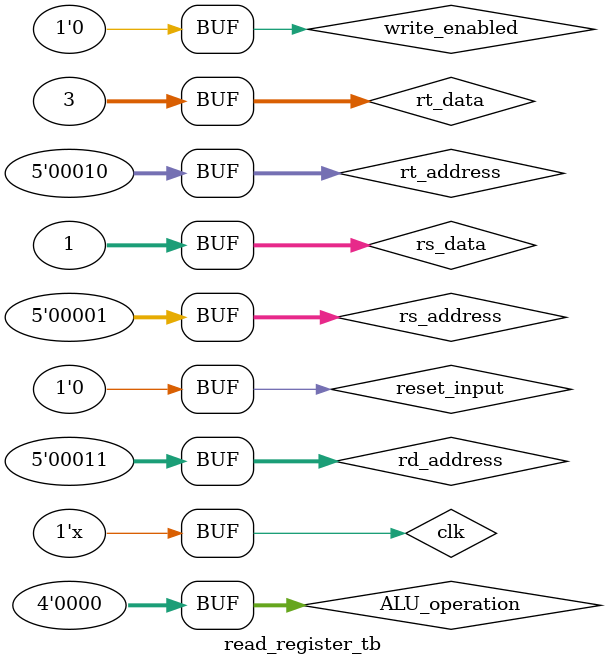
<source format=v>
`include "RegisterFile.v"
`include "ALU.v"

module read_register_tb;

    // Inputs
    reg clk, reset_input, write_enabled;
    reg [4:0] rs_address, rt_address, rd_address;
    reg [31:0] rs_data, rt_data;
    reg [3:0] ALU_operation;
    wire [31:0] out_data;

    // Instantiate the Register File
    RegisterFile reg_file (
        .clk(clk),
        .reset(reset_input),
        .rs_address(rs_address),
        .rt_address(rt_address),
        .rd_address(rd_address),
        .rs_data(rs_data),
        .rt_data(rt_data),
        .write_enable(write_enabled),
        .rs_out(out_data),
        .rt_out()
    );

    // Instantiate the ALU
    ALU alu (
        .operand1(reg_file.rs_out),
        .operand2(reg_file.rt_out),
        .ALU_control(ALU_operation),
        .result(out_data)
    );

    // Clock generator
    always #5 clk = ~clk;

    initial begin
        // Initialize inputs
        clk = 0;
        reset_input = 0;
        write_enabled = 0;
        rs_address = 5'b00001;
        rt_address = 5'b00010;
        rd_address = 5'b00011;
        rs_data = 32'b00000000000000000000000000000001; // value is 1
        rt_data = 32'b00000000000000000000000000000010; // value is 2
        ALU_operation = 4'b0000; // Adder operation

        // Wait for 10 clock cycles
        #100;// timescale directive, timescale = 1ns/1ps

        // Write data to the register
        write_enabled = 1;
        rt_data = 32'b00000000000000000000000000000011;

        // Wait for 10 clock cycles
        #100;

        // Stop writing data to the register
        write_enabled = 0;

        if (out_data == 32'b00000000000000000000000000000011) begin
            $display("Test passed");
        end else begin
            $display("Test failed");
        end

        // Wait for 10 clock cycles
        #100;
    end
endmodule
</source>
